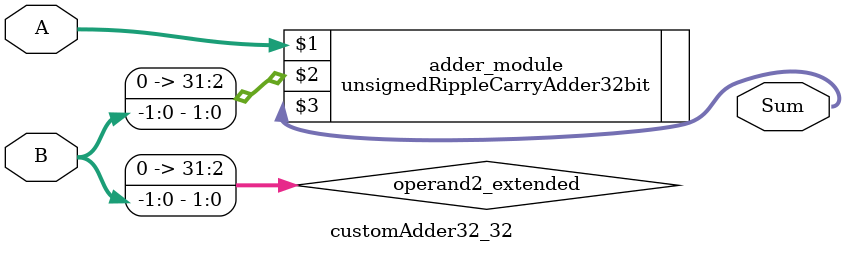
<source format=v>
module customAdder32_32(
                        input [31 : 0] A,
                        input [-1 : 0] B,
                        
                        output [32 : 0] Sum
                );

        wire [31 : 0] operand2_extended;
        
        assign operand2_extended =  {32'b0, B};
        
        unsignedRippleCarryAdder32bit adder_module(
            A,
            operand2_extended,
            Sum
        );
        
        endmodule
        
</source>
